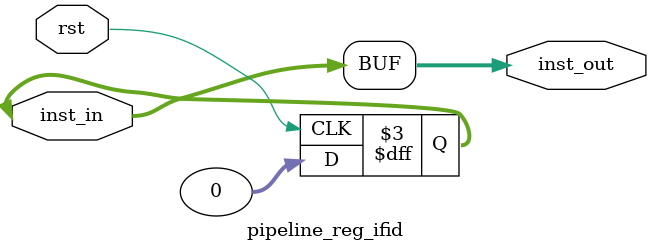
<source format=v>
module pipeline_reg_ifid (
  input rst,

  input  [31:0] inst_in,

  output reg [31:0] inst_out
  );

  always @ ( * )
    inst_out <= inst_in;

  always @ (posedge rst) begin
    inst_out <= 32'b0;
  end

endmodule // pipeline_reg_ifid

</source>
